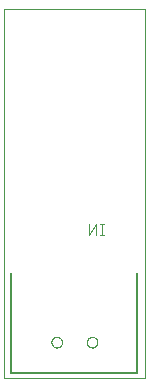
<source format=gbo>
G75*
%MOIN*%
%OFA0B0*%
%FSLAX25Y25*%
%IPPOS*%
%LPD*%
%AMOC8*
5,1,8,0,0,1.08239X$1,22.5*
%
%ADD10C,0.00000*%
%ADD11C,0.00500*%
%ADD12C,0.00300*%
D10*
X0001000Y0001000D02*
X0001000Y0124071D01*
X0048244Y0124071D01*
X0048244Y0001039D01*
X0001000Y0001000D01*
X0016945Y0012850D02*
X0016947Y0012934D01*
X0016953Y0013017D01*
X0016963Y0013100D01*
X0016977Y0013183D01*
X0016994Y0013265D01*
X0017016Y0013346D01*
X0017041Y0013425D01*
X0017070Y0013504D01*
X0017103Y0013581D01*
X0017139Y0013656D01*
X0017179Y0013730D01*
X0017222Y0013802D01*
X0017269Y0013871D01*
X0017319Y0013938D01*
X0017372Y0014003D01*
X0017428Y0014065D01*
X0017486Y0014125D01*
X0017548Y0014182D01*
X0017612Y0014235D01*
X0017679Y0014286D01*
X0017748Y0014333D01*
X0017819Y0014378D01*
X0017892Y0014418D01*
X0017967Y0014455D01*
X0018044Y0014489D01*
X0018122Y0014519D01*
X0018201Y0014545D01*
X0018282Y0014568D01*
X0018364Y0014586D01*
X0018446Y0014601D01*
X0018529Y0014612D01*
X0018612Y0014619D01*
X0018696Y0014622D01*
X0018780Y0014621D01*
X0018863Y0014616D01*
X0018947Y0014607D01*
X0019029Y0014594D01*
X0019111Y0014578D01*
X0019192Y0014557D01*
X0019273Y0014533D01*
X0019351Y0014505D01*
X0019429Y0014473D01*
X0019505Y0014437D01*
X0019579Y0014398D01*
X0019651Y0014356D01*
X0019721Y0014310D01*
X0019789Y0014261D01*
X0019854Y0014209D01*
X0019917Y0014154D01*
X0019977Y0014096D01*
X0020035Y0014035D01*
X0020089Y0013971D01*
X0020141Y0013905D01*
X0020189Y0013837D01*
X0020234Y0013766D01*
X0020275Y0013693D01*
X0020314Y0013619D01*
X0020348Y0013543D01*
X0020379Y0013465D01*
X0020406Y0013386D01*
X0020430Y0013305D01*
X0020449Y0013224D01*
X0020465Y0013142D01*
X0020477Y0013059D01*
X0020485Y0012975D01*
X0020489Y0012892D01*
X0020489Y0012808D01*
X0020485Y0012725D01*
X0020477Y0012641D01*
X0020465Y0012558D01*
X0020449Y0012476D01*
X0020430Y0012395D01*
X0020406Y0012314D01*
X0020379Y0012235D01*
X0020348Y0012157D01*
X0020314Y0012081D01*
X0020275Y0012007D01*
X0020234Y0011934D01*
X0020189Y0011863D01*
X0020141Y0011795D01*
X0020089Y0011729D01*
X0020035Y0011665D01*
X0019977Y0011604D01*
X0019917Y0011546D01*
X0019854Y0011491D01*
X0019789Y0011439D01*
X0019721Y0011390D01*
X0019651Y0011344D01*
X0019579Y0011302D01*
X0019505Y0011263D01*
X0019429Y0011227D01*
X0019351Y0011195D01*
X0019273Y0011167D01*
X0019192Y0011143D01*
X0019111Y0011122D01*
X0019029Y0011106D01*
X0018947Y0011093D01*
X0018863Y0011084D01*
X0018780Y0011079D01*
X0018696Y0011078D01*
X0018612Y0011081D01*
X0018529Y0011088D01*
X0018446Y0011099D01*
X0018364Y0011114D01*
X0018282Y0011132D01*
X0018201Y0011155D01*
X0018122Y0011181D01*
X0018044Y0011211D01*
X0017967Y0011245D01*
X0017892Y0011282D01*
X0017819Y0011322D01*
X0017748Y0011367D01*
X0017679Y0011414D01*
X0017612Y0011465D01*
X0017548Y0011518D01*
X0017486Y0011575D01*
X0017428Y0011635D01*
X0017372Y0011697D01*
X0017319Y0011762D01*
X0017269Y0011829D01*
X0017222Y0011898D01*
X0017179Y0011970D01*
X0017139Y0012044D01*
X0017103Y0012119D01*
X0017070Y0012196D01*
X0017041Y0012275D01*
X0017016Y0012354D01*
X0016994Y0012435D01*
X0016977Y0012517D01*
X0016963Y0012600D01*
X0016953Y0012683D01*
X0016947Y0012766D01*
X0016945Y0012850D01*
X0028756Y0012850D02*
X0028758Y0012934D01*
X0028764Y0013017D01*
X0028774Y0013100D01*
X0028788Y0013183D01*
X0028805Y0013265D01*
X0028827Y0013346D01*
X0028852Y0013425D01*
X0028881Y0013504D01*
X0028914Y0013581D01*
X0028950Y0013656D01*
X0028990Y0013730D01*
X0029033Y0013802D01*
X0029080Y0013871D01*
X0029130Y0013938D01*
X0029183Y0014003D01*
X0029239Y0014065D01*
X0029297Y0014125D01*
X0029359Y0014182D01*
X0029423Y0014235D01*
X0029490Y0014286D01*
X0029559Y0014333D01*
X0029630Y0014378D01*
X0029703Y0014418D01*
X0029778Y0014455D01*
X0029855Y0014489D01*
X0029933Y0014519D01*
X0030012Y0014545D01*
X0030093Y0014568D01*
X0030175Y0014586D01*
X0030257Y0014601D01*
X0030340Y0014612D01*
X0030423Y0014619D01*
X0030507Y0014622D01*
X0030591Y0014621D01*
X0030674Y0014616D01*
X0030758Y0014607D01*
X0030840Y0014594D01*
X0030922Y0014578D01*
X0031003Y0014557D01*
X0031084Y0014533D01*
X0031162Y0014505D01*
X0031240Y0014473D01*
X0031316Y0014437D01*
X0031390Y0014398D01*
X0031462Y0014356D01*
X0031532Y0014310D01*
X0031600Y0014261D01*
X0031665Y0014209D01*
X0031728Y0014154D01*
X0031788Y0014096D01*
X0031846Y0014035D01*
X0031900Y0013971D01*
X0031952Y0013905D01*
X0032000Y0013837D01*
X0032045Y0013766D01*
X0032086Y0013693D01*
X0032125Y0013619D01*
X0032159Y0013543D01*
X0032190Y0013465D01*
X0032217Y0013386D01*
X0032241Y0013305D01*
X0032260Y0013224D01*
X0032276Y0013142D01*
X0032288Y0013059D01*
X0032296Y0012975D01*
X0032300Y0012892D01*
X0032300Y0012808D01*
X0032296Y0012725D01*
X0032288Y0012641D01*
X0032276Y0012558D01*
X0032260Y0012476D01*
X0032241Y0012395D01*
X0032217Y0012314D01*
X0032190Y0012235D01*
X0032159Y0012157D01*
X0032125Y0012081D01*
X0032086Y0012007D01*
X0032045Y0011934D01*
X0032000Y0011863D01*
X0031952Y0011795D01*
X0031900Y0011729D01*
X0031846Y0011665D01*
X0031788Y0011604D01*
X0031728Y0011546D01*
X0031665Y0011491D01*
X0031600Y0011439D01*
X0031532Y0011390D01*
X0031462Y0011344D01*
X0031390Y0011302D01*
X0031316Y0011263D01*
X0031240Y0011227D01*
X0031162Y0011195D01*
X0031084Y0011167D01*
X0031003Y0011143D01*
X0030922Y0011122D01*
X0030840Y0011106D01*
X0030758Y0011093D01*
X0030674Y0011084D01*
X0030591Y0011079D01*
X0030507Y0011078D01*
X0030423Y0011081D01*
X0030340Y0011088D01*
X0030257Y0011099D01*
X0030175Y0011114D01*
X0030093Y0011132D01*
X0030012Y0011155D01*
X0029933Y0011181D01*
X0029855Y0011211D01*
X0029778Y0011245D01*
X0029703Y0011282D01*
X0029630Y0011322D01*
X0029559Y0011367D01*
X0029490Y0011414D01*
X0029423Y0011465D01*
X0029359Y0011518D01*
X0029297Y0011575D01*
X0029239Y0011635D01*
X0029183Y0011697D01*
X0029130Y0011762D01*
X0029080Y0011829D01*
X0029033Y0011898D01*
X0028990Y0011970D01*
X0028950Y0012044D01*
X0028914Y0012119D01*
X0028881Y0012196D01*
X0028852Y0012275D01*
X0028827Y0012354D01*
X0028805Y0012435D01*
X0028788Y0012517D01*
X0028774Y0012600D01*
X0028764Y0012683D01*
X0028758Y0012766D01*
X0028756Y0012850D01*
D11*
X0045622Y0002578D02*
X0045622Y0036078D01*
X0045622Y0002578D02*
X0003622Y0002578D01*
X0003622Y0036078D01*
D12*
X0029500Y0048571D02*
X0029500Y0052274D01*
X0031969Y0052274D02*
X0029500Y0048571D01*
X0031969Y0048571D02*
X0031969Y0052274D01*
X0033190Y0052274D02*
X0034424Y0052274D01*
X0033807Y0052274D02*
X0033807Y0048571D01*
X0034424Y0048571D02*
X0033190Y0048571D01*
M02*

</source>
